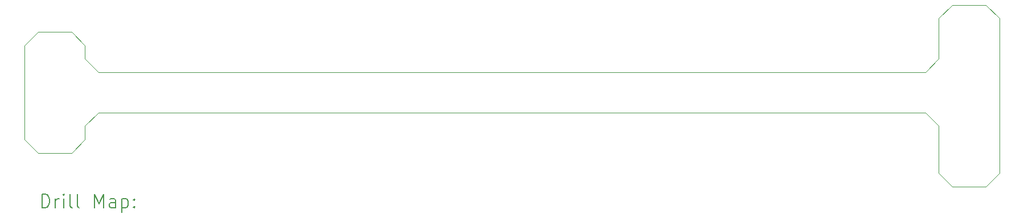
<source format=gbr>
%TF.GenerationSoftware,KiCad,Pcbnew,8.0.8*%
%TF.CreationDate,2025-05-20T22:03:44-04:00*%
%TF.ProjectId,Breakout-Flex-PCB-Testing-Stand,42726561-6b6f-4757-942d-466c65782d50,rev?*%
%TF.SameCoordinates,Original*%
%TF.FileFunction,Drillmap*%
%TF.FilePolarity,Positive*%
%FSLAX45Y45*%
G04 Gerber Fmt 4.5, Leading zero omitted, Abs format (unit mm)*
G04 Created by KiCad (PCBNEW 8.0.8) date 2025-05-20 22:03:44*
%MOMM*%
%LPD*%
G01*
G04 APERTURE LIST*
%ADD10C,0.050000*%
%ADD11C,0.200000*%
G04 APERTURE END LIST*
D10*
X27500000Y-6700000D02*
X27700000Y-6900000D01*
X26800000Y-9200000D02*
X26800000Y-8500000D01*
X13200000Y-8700000D02*
X13200000Y-7300000D01*
X14300000Y-8300000D02*
X26600000Y-8300000D01*
X27000000Y-6700000D02*
X26800000Y-6900000D01*
X27500000Y-6700000D02*
X27000000Y-6700000D01*
X13400000Y-7100000D02*
X13200000Y-7300000D01*
X27500000Y-9400000D02*
X27700000Y-9200000D01*
X14100000Y-8700000D02*
X14100000Y-8500000D01*
X13400000Y-8900000D02*
X13200000Y-8700000D01*
X27500000Y-9400000D02*
X27000000Y-9400000D01*
X13900000Y-8900000D02*
X14100000Y-8700000D01*
X13900000Y-8900000D02*
X13400000Y-8900000D01*
X14300000Y-7700000D02*
X14100000Y-7500000D01*
X14100000Y-7500000D02*
X14100000Y-7300000D01*
X14300000Y-7700000D02*
X26600000Y-7700000D01*
X14100000Y-8500000D02*
X14300000Y-8300000D01*
X13900000Y-7100000D02*
X13400000Y-7100000D01*
X27700000Y-9200000D02*
X27700000Y-6900000D01*
X26800000Y-7500000D02*
X26800000Y-6900000D01*
X27000000Y-9400000D02*
X26800000Y-9200000D01*
X26600000Y-7700000D02*
X26800000Y-7500000D01*
X26600000Y-8300000D02*
X26800000Y-8500000D01*
X14100000Y-7300000D02*
X13900000Y-7100000D01*
D11*
X13458277Y-9713984D02*
X13458277Y-9513984D01*
X13458277Y-9513984D02*
X13505896Y-9513984D01*
X13505896Y-9513984D02*
X13534467Y-9523508D01*
X13534467Y-9523508D02*
X13553515Y-9542555D01*
X13553515Y-9542555D02*
X13563039Y-9561603D01*
X13563039Y-9561603D02*
X13572562Y-9599698D01*
X13572562Y-9599698D02*
X13572562Y-9628270D01*
X13572562Y-9628270D02*
X13563039Y-9666365D01*
X13563039Y-9666365D02*
X13553515Y-9685412D01*
X13553515Y-9685412D02*
X13534467Y-9704460D01*
X13534467Y-9704460D02*
X13505896Y-9713984D01*
X13505896Y-9713984D02*
X13458277Y-9713984D01*
X13658277Y-9713984D02*
X13658277Y-9580650D01*
X13658277Y-9618746D02*
X13667801Y-9599698D01*
X13667801Y-9599698D02*
X13677324Y-9590174D01*
X13677324Y-9590174D02*
X13696372Y-9580650D01*
X13696372Y-9580650D02*
X13715420Y-9580650D01*
X13782086Y-9713984D02*
X13782086Y-9580650D01*
X13782086Y-9513984D02*
X13772562Y-9523508D01*
X13772562Y-9523508D02*
X13782086Y-9533031D01*
X13782086Y-9533031D02*
X13791610Y-9523508D01*
X13791610Y-9523508D02*
X13782086Y-9513984D01*
X13782086Y-9513984D02*
X13782086Y-9533031D01*
X13905896Y-9713984D02*
X13886848Y-9704460D01*
X13886848Y-9704460D02*
X13877324Y-9685412D01*
X13877324Y-9685412D02*
X13877324Y-9513984D01*
X14010658Y-9713984D02*
X13991610Y-9704460D01*
X13991610Y-9704460D02*
X13982086Y-9685412D01*
X13982086Y-9685412D02*
X13982086Y-9513984D01*
X14239229Y-9713984D02*
X14239229Y-9513984D01*
X14239229Y-9513984D02*
X14305896Y-9656841D01*
X14305896Y-9656841D02*
X14372562Y-9513984D01*
X14372562Y-9513984D02*
X14372562Y-9713984D01*
X14553515Y-9713984D02*
X14553515Y-9609222D01*
X14553515Y-9609222D02*
X14543991Y-9590174D01*
X14543991Y-9590174D02*
X14524943Y-9580650D01*
X14524943Y-9580650D02*
X14486848Y-9580650D01*
X14486848Y-9580650D02*
X14467801Y-9590174D01*
X14553515Y-9704460D02*
X14534467Y-9713984D01*
X14534467Y-9713984D02*
X14486848Y-9713984D01*
X14486848Y-9713984D02*
X14467801Y-9704460D01*
X14467801Y-9704460D02*
X14458277Y-9685412D01*
X14458277Y-9685412D02*
X14458277Y-9666365D01*
X14458277Y-9666365D02*
X14467801Y-9647317D01*
X14467801Y-9647317D02*
X14486848Y-9637793D01*
X14486848Y-9637793D02*
X14534467Y-9637793D01*
X14534467Y-9637793D02*
X14553515Y-9628270D01*
X14648753Y-9580650D02*
X14648753Y-9780650D01*
X14648753Y-9590174D02*
X14667801Y-9580650D01*
X14667801Y-9580650D02*
X14705896Y-9580650D01*
X14705896Y-9580650D02*
X14724943Y-9590174D01*
X14724943Y-9590174D02*
X14734467Y-9599698D01*
X14734467Y-9599698D02*
X14743991Y-9618746D01*
X14743991Y-9618746D02*
X14743991Y-9675889D01*
X14743991Y-9675889D02*
X14734467Y-9694936D01*
X14734467Y-9694936D02*
X14724943Y-9704460D01*
X14724943Y-9704460D02*
X14705896Y-9713984D01*
X14705896Y-9713984D02*
X14667801Y-9713984D01*
X14667801Y-9713984D02*
X14648753Y-9704460D01*
X14829705Y-9694936D02*
X14839229Y-9704460D01*
X14839229Y-9704460D02*
X14829705Y-9713984D01*
X14829705Y-9713984D02*
X14820182Y-9704460D01*
X14820182Y-9704460D02*
X14829705Y-9694936D01*
X14829705Y-9694936D02*
X14829705Y-9713984D01*
X14829705Y-9590174D02*
X14839229Y-9599698D01*
X14839229Y-9599698D02*
X14829705Y-9609222D01*
X14829705Y-9609222D02*
X14820182Y-9599698D01*
X14820182Y-9599698D02*
X14829705Y-9590174D01*
X14829705Y-9590174D02*
X14829705Y-9609222D01*
M02*

</source>
